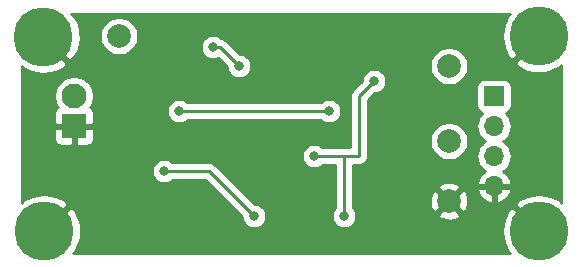
<source format=gbr>
G04 #@! TF.GenerationSoftware,KiCad,Pcbnew,(5.1.4)-1*
G04 #@! TF.CreationDate,2020-01-22T19:26:31-05:00*
G04 #@! TF.ProjectId,UniversalLM393,556e6976-6572-4736-916c-4c4d3339332e,rev?*
G04 #@! TF.SameCoordinates,Original*
G04 #@! TF.FileFunction,Copper,L2,Bot*
G04 #@! TF.FilePolarity,Positive*
%FSLAX46Y46*%
G04 Gerber Fmt 4.6, Leading zero omitted, Abs format (unit mm)*
G04 Created by KiCad (PCBNEW (5.1.4)-1) date 2020-01-22 19:26:31*
%MOMM*%
%LPD*%
G04 APERTURE LIST*
%ADD10C,2.100000*%
%ADD11R,2.100000X2.100000*%
%ADD12C,0.800000*%
%ADD13C,5.000000*%
%ADD14C,2.000000*%
%ADD15O,1.700000X1.700000*%
%ADD16R,1.700000X1.700000*%
%ADD17C,0.250000*%
%ADD18C,0.254000*%
G04 APERTURE END LIST*
D10*
X132080000Y-91440000D03*
D11*
X132080000Y-93980000D03*
D12*
X172775825Y-101544175D03*
X171450000Y-100995000D03*
X170124175Y-101544175D03*
X169575000Y-102870000D03*
X170124175Y-104195825D03*
X171450000Y-104745000D03*
X172775825Y-104195825D03*
X173325000Y-102870000D03*
D13*
X171450000Y-102870000D03*
D12*
X130865825Y-101544175D03*
X129540000Y-100995000D03*
X128214175Y-101544175D03*
X127665000Y-102870000D03*
X128214175Y-104195825D03*
X129540000Y-104745000D03*
X130865825Y-104195825D03*
X131415000Y-102870000D03*
D13*
X129540000Y-102870000D03*
D12*
X172775825Y-85034175D03*
X171450000Y-84485000D03*
X170124175Y-85034175D03*
X169575000Y-86360000D03*
X170124175Y-87685825D03*
X171450000Y-88235000D03*
X172775825Y-87685825D03*
X173325000Y-86360000D03*
D13*
X171450000Y-86360000D03*
D12*
X130810000Y-85090000D03*
X129484175Y-84540825D03*
X128158350Y-85090000D03*
X127609175Y-86415825D03*
X128158350Y-87741650D03*
X129484175Y-88290825D03*
X130810000Y-87741650D03*
X131359175Y-86415825D03*
D13*
X129484175Y-86415825D03*
D14*
X163830000Y-95250000D03*
X135890000Y-86360000D03*
X163830000Y-100330000D03*
X163830000Y-88900000D03*
D15*
X167640000Y-99060000D03*
X167640000Y-96520000D03*
X167640000Y-93980000D03*
D16*
X167640000Y-91440000D03*
D12*
X139700000Y-97790000D03*
X147320000Y-101600000D03*
X139700000Y-97790000D03*
X154940000Y-101600000D03*
X146050000Y-88900000D03*
X152400000Y-96520000D03*
X157480000Y-90170000D03*
X143842500Y-87297500D03*
X153670000Y-92710000D03*
X140970000Y-92710000D03*
D17*
X139700000Y-97790000D02*
X139700000Y-97790000D01*
X143510000Y-97790000D02*
X147320000Y-101600000D01*
X139700000Y-97790000D02*
X143510000Y-97790000D01*
X152400000Y-96520000D02*
X156210000Y-96520000D01*
X156210000Y-91440000D02*
X157480000Y-90170000D01*
X156210000Y-96520000D02*
X156210000Y-91440000D01*
X152400000Y-96520000D02*
X154940000Y-96520000D01*
X144447500Y-87297500D02*
X146050000Y-88900000D01*
X143842500Y-87297500D02*
X144447500Y-87297500D01*
X154940000Y-101600000D02*
X154940000Y-96520000D01*
X153670000Y-92710000D02*
X140970000Y-92710000D01*
D18*
G36*
X168828882Y-84612627D02*
G01*
X168538351Y-85157557D01*
X168359713Y-85748696D01*
X168299832Y-86363328D01*
X168361010Y-86977831D01*
X168540897Y-87568592D01*
X168828882Y-88107373D01*
X169246852Y-88383543D01*
X171270395Y-86360000D01*
X171256253Y-86345858D01*
X171435858Y-86166253D01*
X171450000Y-86180395D01*
X171464143Y-86166253D01*
X171643748Y-86345858D01*
X171629605Y-86360000D01*
X171643748Y-86374143D01*
X171464143Y-86553748D01*
X171450000Y-86539605D01*
X169426457Y-88563148D01*
X169702627Y-88981118D01*
X170247557Y-89271649D01*
X170838696Y-89450287D01*
X171453328Y-89510168D01*
X172067831Y-89448990D01*
X172658592Y-89269103D01*
X173197373Y-88981118D01*
X173330001Y-88780392D01*
X173330000Y-100449607D01*
X173197373Y-100248882D01*
X172652443Y-99958351D01*
X172061304Y-99779713D01*
X171446672Y-99719832D01*
X170832169Y-99781010D01*
X170241408Y-99960897D01*
X169702627Y-100248882D01*
X169426457Y-100666852D01*
X171450000Y-102690395D01*
X171464143Y-102676253D01*
X171643748Y-102855858D01*
X171629605Y-102870000D01*
X171643748Y-102884143D01*
X171464143Y-103063748D01*
X171450000Y-103049605D01*
X171435858Y-103063748D01*
X171256253Y-102884143D01*
X171270395Y-102870000D01*
X169246852Y-100846457D01*
X168828882Y-101122627D01*
X168538351Y-101667557D01*
X168359713Y-102258696D01*
X168299832Y-102873328D01*
X168361010Y-103487831D01*
X168540897Y-104078592D01*
X168828882Y-104617373D01*
X169029607Y-104750000D01*
X131960393Y-104750000D01*
X132161118Y-104617373D01*
X132451649Y-104072443D01*
X132630287Y-103481304D01*
X132690168Y-102866672D01*
X132628990Y-102252169D01*
X132449103Y-101661408D01*
X132161118Y-101122627D01*
X131743148Y-100846457D01*
X129719605Y-102870000D01*
X129733748Y-102884143D01*
X129554143Y-103063748D01*
X129540000Y-103049605D01*
X129525858Y-103063748D01*
X129346253Y-102884143D01*
X129360395Y-102870000D01*
X129346253Y-102855858D01*
X129525858Y-102676253D01*
X129540000Y-102690395D01*
X131563543Y-100666852D01*
X131287373Y-100248882D01*
X130742443Y-99958351D01*
X130151304Y-99779713D01*
X129536672Y-99719832D01*
X128922169Y-99781010D01*
X128331408Y-99960897D01*
X127792627Y-100248882D01*
X127660000Y-100449607D01*
X127660000Y-97688061D01*
X138665000Y-97688061D01*
X138665000Y-97891939D01*
X138704774Y-98091898D01*
X138782795Y-98280256D01*
X138896063Y-98449774D01*
X139040226Y-98593937D01*
X139209744Y-98707205D01*
X139398102Y-98785226D01*
X139598061Y-98825000D01*
X139801939Y-98825000D01*
X140001898Y-98785226D01*
X140190256Y-98707205D01*
X140359774Y-98593937D01*
X140403711Y-98550000D01*
X143195199Y-98550000D01*
X146285000Y-101639802D01*
X146285000Y-101701939D01*
X146324774Y-101901898D01*
X146402795Y-102090256D01*
X146516063Y-102259774D01*
X146660226Y-102403937D01*
X146829744Y-102517205D01*
X147018102Y-102595226D01*
X147218061Y-102635000D01*
X147421939Y-102635000D01*
X147621898Y-102595226D01*
X147810256Y-102517205D01*
X147979774Y-102403937D01*
X148123937Y-102259774D01*
X148237205Y-102090256D01*
X148315226Y-101901898D01*
X148355000Y-101701939D01*
X148355000Y-101498061D01*
X148315226Y-101298102D01*
X148237205Y-101109744D01*
X148123937Y-100940226D01*
X147979774Y-100796063D01*
X147810256Y-100682795D01*
X147621898Y-100604774D01*
X147421939Y-100565000D01*
X147359802Y-100565000D01*
X144073804Y-97279003D01*
X144050001Y-97249999D01*
X143934276Y-97155026D01*
X143802247Y-97084454D01*
X143658986Y-97040997D01*
X143547333Y-97030000D01*
X143547322Y-97030000D01*
X143510000Y-97026324D01*
X143472678Y-97030000D01*
X140403711Y-97030000D01*
X140359774Y-96986063D01*
X140190256Y-96872795D01*
X140001898Y-96794774D01*
X139801939Y-96755000D01*
X139598061Y-96755000D01*
X139398102Y-96794774D01*
X139209744Y-96872795D01*
X139040226Y-96986063D01*
X138896063Y-97130226D01*
X138782795Y-97299744D01*
X138704774Y-97488102D01*
X138665000Y-97688061D01*
X127660000Y-97688061D01*
X127660000Y-96418061D01*
X151365000Y-96418061D01*
X151365000Y-96621939D01*
X151404774Y-96821898D01*
X151482795Y-97010256D01*
X151596063Y-97179774D01*
X151740226Y-97323937D01*
X151909744Y-97437205D01*
X152098102Y-97515226D01*
X152298061Y-97555000D01*
X152501939Y-97555000D01*
X152701898Y-97515226D01*
X152890256Y-97437205D01*
X153059774Y-97323937D01*
X153103711Y-97280000D01*
X154180001Y-97280000D01*
X154180000Y-100896289D01*
X154136063Y-100940226D01*
X154022795Y-101109744D01*
X153944774Y-101298102D01*
X153905000Y-101498061D01*
X153905000Y-101701939D01*
X153944774Y-101901898D01*
X154022795Y-102090256D01*
X154136063Y-102259774D01*
X154280226Y-102403937D01*
X154449744Y-102517205D01*
X154638102Y-102595226D01*
X154838061Y-102635000D01*
X155041939Y-102635000D01*
X155241898Y-102595226D01*
X155430256Y-102517205D01*
X155599774Y-102403937D01*
X155743937Y-102259774D01*
X155857205Y-102090256D01*
X155935226Y-101901898D01*
X155975000Y-101701939D01*
X155975000Y-101498061D01*
X155968506Y-101465413D01*
X162874192Y-101465413D01*
X162969956Y-101729814D01*
X163259571Y-101870704D01*
X163571108Y-101952384D01*
X163892595Y-101971718D01*
X164211675Y-101927961D01*
X164516088Y-101822795D01*
X164690044Y-101729814D01*
X164785808Y-101465413D01*
X163830000Y-100509605D01*
X162874192Y-101465413D01*
X155968506Y-101465413D01*
X155935226Y-101298102D01*
X155857205Y-101109744D01*
X155743937Y-100940226D01*
X155700000Y-100896289D01*
X155700000Y-100392595D01*
X162188282Y-100392595D01*
X162232039Y-100711675D01*
X162337205Y-101016088D01*
X162430186Y-101190044D01*
X162694587Y-101285808D01*
X163650395Y-100330000D01*
X164009605Y-100330000D01*
X164965413Y-101285808D01*
X165229814Y-101190044D01*
X165370704Y-100900429D01*
X165452384Y-100588892D01*
X165471718Y-100267405D01*
X165427961Y-99948325D01*
X165322795Y-99643912D01*
X165229814Y-99469956D01*
X165083301Y-99416890D01*
X166198524Y-99416890D01*
X166243175Y-99564099D01*
X166368359Y-99826920D01*
X166542412Y-100060269D01*
X166758645Y-100255178D01*
X167008748Y-100404157D01*
X167283109Y-100501481D01*
X167513000Y-100380814D01*
X167513000Y-99187000D01*
X167767000Y-99187000D01*
X167767000Y-100380814D01*
X167996891Y-100501481D01*
X168271252Y-100404157D01*
X168521355Y-100255178D01*
X168737588Y-100060269D01*
X168911641Y-99826920D01*
X169036825Y-99564099D01*
X169081476Y-99416890D01*
X168960155Y-99187000D01*
X167767000Y-99187000D01*
X167513000Y-99187000D01*
X166319845Y-99187000D01*
X166198524Y-99416890D01*
X165083301Y-99416890D01*
X164965413Y-99374192D01*
X164009605Y-100330000D01*
X163650395Y-100330000D01*
X162694587Y-99374192D01*
X162430186Y-99469956D01*
X162289296Y-99759571D01*
X162207616Y-100071108D01*
X162188282Y-100392595D01*
X155700000Y-100392595D01*
X155700000Y-99194587D01*
X162874192Y-99194587D01*
X163830000Y-100150395D01*
X164785808Y-99194587D01*
X164690044Y-98930186D01*
X164400429Y-98789296D01*
X164088892Y-98707616D01*
X163767405Y-98688282D01*
X163448325Y-98732039D01*
X163143912Y-98837205D01*
X162969956Y-98930186D01*
X162874192Y-99194587D01*
X155700000Y-99194587D01*
X155700000Y-97280000D01*
X156172667Y-97280000D01*
X156210000Y-97283677D01*
X156247333Y-97280000D01*
X156358986Y-97269003D01*
X156502247Y-97225546D01*
X156634276Y-97154974D01*
X156750001Y-97060001D01*
X156844974Y-96944276D01*
X156915546Y-96812247D01*
X156959003Y-96668986D01*
X156973677Y-96520000D01*
X156970000Y-96482667D01*
X156970000Y-95088967D01*
X162195000Y-95088967D01*
X162195000Y-95411033D01*
X162257832Y-95726912D01*
X162381082Y-96024463D01*
X162560013Y-96292252D01*
X162787748Y-96519987D01*
X163055537Y-96698918D01*
X163353088Y-96822168D01*
X163668967Y-96885000D01*
X163991033Y-96885000D01*
X164306912Y-96822168D01*
X164604463Y-96698918D01*
X164872252Y-96519987D01*
X165099987Y-96292252D01*
X165278918Y-96024463D01*
X165402168Y-95726912D01*
X165465000Y-95411033D01*
X165465000Y-95088967D01*
X165402168Y-94773088D01*
X165278918Y-94475537D01*
X165099987Y-94207748D01*
X164872252Y-93980013D01*
X164872233Y-93980000D01*
X166147815Y-93980000D01*
X166176487Y-94271111D01*
X166261401Y-94551034D01*
X166399294Y-94809014D01*
X166584866Y-95035134D01*
X166810986Y-95220706D01*
X166865791Y-95250000D01*
X166810986Y-95279294D01*
X166584866Y-95464866D01*
X166399294Y-95690986D01*
X166261401Y-95948966D01*
X166176487Y-96228889D01*
X166147815Y-96520000D01*
X166176487Y-96811111D01*
X166261401Y-97091034D01*
X166399294Y-97349014D01*
X166584866Y-97575134D01*
X166810986Y-97760706D01*
X166875523Y-97795201D01*
X166758645Y-97864822D01*
X166542412Y-98059731D01*
X166368359Y-98293080D01*
X166243175Y-98555901D01*
X166198524Y-98703110D01*
X166319845Y-98933000D01*
X167513000Y-98933000D01*
X167513000Y-98913000D01*
X167767000Y-98913000D01*
X167767000Y-98933000D01*
X168960155Y-98933000D01*
X169081476Y-98703110D01*
X169036825Y-98555901D01*
X168911641Y-98293080D01*
X168737588Y-98059731D01*
X168521355Y-97864822D01*
X168404477Y-97795201D01*
X168469014Y-97760706D01*
X168695134Y-97575134D01*
X168880706Y-97349014D01*
X169018599Y-97091034D01*
X169103513Y-96811111D01*
X169132185Y-96520000D01*
X169103513Y-96228889D01*
X169018599Y-95948966D01*
X168880706Y-95690986D01*
X168695134Y-95464866D01*
X168469014Y-95279294D01*
X168414209Y-95250000D01*
X168469014Y-95220706D01*
X168695134Y-95035134D01*
X168880706Y-94809014D01*
X169018599Y-94551034D01*
X169103513Y-94271111D01*
X169132185Y-93980000D01*
X169103513Y-93688889D01*
X169018599Y-93408966D01*
X168880706Y-93150986D01*
X168695134Y-92924866D01*
X168665313Y-92900393D01*
X168734180Y-92879502D01*
X168844494Y-92820537D01*
X168941185Y-92741185D01*
X169020537Y-92644494D01*
X169079502Y-92534180D01*
X169115812Y-92414482D01*
X169128072Y-92290000D01*
X169128072Y-90590000D01*
X169115812Y-90465518D01*
X169079502Y-90345820D01*
X169020537Y-90235506D01*
X168941185Y-90138815D01*
X168844494Y-90059463D01*
X168734180Y-90000498D01*
X168614482Y-89964188D01*
X168490000Y-89951928D01*
X166790000Y-89951928D01*
X166665518Y-89964188D01*
X166545820Y-90000498D01*
X166435506Y-90059463D01*
X166338815Y-90138815D01*
X166259463Y-90235506D01*
X166200498Y-90345820D01*
X166164188Y-90465518D01*
X166151928Y-90590000D01*
X166151928Y-92290000D01*
X166164188Y-92414482D01*
X166200498Y-92534180D01*
X166259463Y-92644494D01*
X166338815Y-92741185D01*
X166435506Y-92820537D01*
X166545820Y-92879502D01*
X166614687Y-92900393D01*
X166584866Y-92924866D01*
X166399294Y-93150986D01*
X166261401Y-93408966D01*
X166176487Y-93688889D01*
X166147815Y-93980000D01*
X164872233Y-93980000D01*
X164604463Y-93801082D01*
X164306912Y-93677832D01*
X163991033Y-93615000D01*
X163668967Y-93615000D01*
X163353088Y-93677832D01*
X163055537Y-93801082D01*
X162787748Y-93980013D01*
X162560013Y-94207748D01*
X162381082Y-94475537D01*
X162257832Y-94773088D01*
X162195000Y-95088967D01*
X156970000Y-95088967D01*
X156970000Y-91754801D01*
X157519802Y-91205000D01*
X157581939Y-91205000D01*
X157781898Y-91165226D01*
X157970256Y-91087205D01*
X158139774Y-90973937D01*
X158283937Y-90829774D01*
X158397205Y-90660256D01*
X158475226Y-90471898D01*
X158515000Y-90271939D01*
X158515000Y-90068061D01*
X158475226Y-89868102D01*
X158397205Y-89679744D01*
X158283937Y-89510226D01*
X158139774Y-89366063D01*
X157970256Y-89252795D01*
X157781898Y-89174774D01*
X157581939Y-89135000D01*
X157378061Y-89135000D01*
X157178102Y-89174774D01*
X156989744Y-89252795D01*
X156820226Y-89366063D01*
X156676063Y-89510226D01*
X156562795Y-89679744D01*
X156484774Y-89868102D01*
X156445000Y-90068061D01*
X156445000Y-90130198D01*
X155698998Y-90876201D01*
X155670000Y-90899999D01*
X155646202Y-90928997D01*
X155646201Y-90928998D01*
X155575026Y-91015724D01*
X155504454Y-91147754D01*
X155460998Y-91291015D01*
X155446324Y-91440000D01*
X155450001Y-91477332D01*
X155450000Y-95760000D01*
X154977333Y-95760000D01*
X154940000Y-95756323D01*
X154902667Y-95760000D01*
X153103711Y-95760000D01*
X153059774Y-95716063D01*
X152890256Y-95602795D01*
X152701898Y-95524774D01*
X152501939Y-95485000D01*
X152298061Y-95485000D01*
X152098102Y-95524774D01*
X151909744Y-95602795D01*
X151740226Y-95716063D01*
X151596063Y-95860226D01*
X151482795Y-96029744D01*
X151404774Y-96218102D01*
X151365000Y-96418061D01*
X127660000Y-96418061D01*
X127660000Y-95030000D01*
X130391928Y-95030000D01*
X130404188Y-95154482D01*
X130440498Y-95274180D01*
X130499463Y-95384494D01*
X130578815Y-95481185D01*
X130675506Y-95560537D01*
X130785820Y-95619502D01*
X130905518Y-95655812D01*
X131030000Y-95668072D01*
X131794250Y-95665000D01*
X131953000Y-95506250D01*
X131953000Y-94107000D01*
X132207000Y-94107000D01*
X132207000Y-95506250D01*
X132365750Y-95665000D01*
X133130000Y-95668072D01*
X133254482Y-95655812D01*
X133374180Y-95619502D01*
X133484494Y-95560537D01*
X133581185Y-95481185D01*
X133660537Y-95384494D01*
X133719502Y-95274180D01*
X133755812Y-95154482D01*
X133768072Y-95030000D01*
X133765000Y-94265750D01*
X133606250Y-94107000D01*
X132207000Y-94107000D01*
X131953000Y-94107000D01*
X130553750Y-94107000D01*
X130395000Y-94265750D01*
X130391928Y-95030000D01*
X127660000Y-95030000D01*
X127660000Y-92930000D01*
X130391928Y-92930000D01*
X130395000Y-93694250D01*
X130553750Y-93853000D01*
X131953000Y-93853000D01*
X131953000Y-93833000D01*
X132207000Y-93833000D01*
X132207000Y-93853000D01*
X133606250Y-93853000D01*
X133765000Y-93694250D01*
X133768072Y-92930000D01*
X133755812Y-92805518D01*
X133719502Y-92685820D01*
X133677939Y-92608061D01*
X139935000Y-92608061D01*
X139935000Y-92811939D01*
X139974774Y-93011898D01*
X140052795Y-93200256D01*
X140166063Y-93369774D01*
X140310226Y-93513937D01*
X140479744Y-93627205D01*
X140668102Y-93705226D01*
X140868061Y-93745000D01*
X141071939Y-93745000D01*
X141271898Y-93705226D01*
X141460256Y-93627205D01*
X141629774Y-93513937D01*
X141673711Y-93470000D01*
X152966289Y-93470000D01*
X153010226Y-93513937D01*
X153179744Y-93627205D01*
X153368102Y-93705226D01*
X153568061Y-93745000D01*
X153771939Y-93745000D01*
X153971898Y-93705226D01*
X154160256Y-93627205D01*
X154329774Y-93513937D01*
X154473937Y-93369774D01*
X154587205Y-93200256D01*
X154665226Y-93011898D01*
X154705000Y-92811939D01*
X154705000Y-92608061D01*
X154665226Y-92408102D01*
X154587205Y-92219744D01*
X154473937Y-92050226D01*
X154329774Y-91906063D01*
X154160256Y-91792795D01*
X153971898Y-91714774D01*
X153771939Y-91675000D01*
X153568061Y-91675000D01*
X153368102Y-91714774D01*
X153179744Y-91792795D01*
X153010226Y-91906063D01*
X152966289Y-91950000D01*
X141673711Y-91950000D01*
X141629774Y-91906063D01*
X141460256Y-91792795D01*
X141271898Y-91714774D01*
X141071939Y-91675000D01*
X140868061Y-91675000D01*
X140668102Y-91714774D01*
X140479744Y-91792795D01*
X140310226Y-91906063D01*
X140166063Y-92050226D01*
X140052795Y-92219744D01*
X139974774Y-92408102D01*
X139935000Y-92608061D01*
X133677939Y-92608061D01*
X133660537Y-92575506D01*
X133581185Y-92478815D01*
X133484494Y-92399463D01*
X133470454Y-92391958D01*
X133573228Y-92238147D01*
X133700246Y-91931496D01*
X133765000Y-91605958D01*
X133765000Y-91274042D01*
X133700246Y-90948504D01*
X133573228Y-90641853D01*
X133388825Y-90365875D01*
X133154125Y-90131175D01*
X132878147Y-89946772D01*
X132571496Y-89819754D01*
X132245958Y-89755000D01*
X131914042Y-89755000D01*
X131588504Y-89819754D01*
X131281853Y-89946772D01*
X131005875Y-90131175D01*
X130771175Y-90365875D01*
X130586772Y-90641853D01*
X130459754Y-90948504D01*
X130395000Y-91274042D01*
X130395000Y-91605958D01*
X130459754Y-91931496D01*
X130586772Y-92238147D01*
X130689546Y-92391958D01*
X130675506Y-92399463D01*
X130578815Y-92478815D01*
X130499463Y-92575506D01*
X130440498Y-92685820D01*
X130404188Y-92805518D01*
X130391928Y-92930000D01*
X127660000Y-92930000D01*
X127660000Y-88920707D01*
X127736802Y-89036943D01*
X128281732Y-89327474D01*
X128872871Y-89506112D01*
X129487503Y-89565993D01*
X130102006Y-89504815D01*
X130692767Y-89324928D01*
X131231548Y-89036943D01*
X131507718Y-88618973D01*
X129484175Y-86595430D01*
X129470033Y-86609573D01*
X129290428Y-86429968D01*
X129304570Y-86415825D01*
X129290428Y-86401683D01*
X129470033Y-86222078D01*
X129484175Y-86236220D01*
X129498318Y-86222078D01*
X129677923Y-86401683D01*
X129663780Y-86415825D01*
X131687323Y-88439368D01*
X132105293Y-88163198D01*
X132395824Y-87618268D01*
X132574462Y-87027129D01*
X132634343Y-86412497D01*
X132613085Y-86198967D01*
X134255000Y-86198967D01*
X134255000Y-86521033D01*
X134317832Y-86836912D01*
X134441082Y-87134463D01*
X134620013Y-87402252D01*
X134847748Y-87629987D01*
X135115537Y-87808918D01*
X135413088Y-87932168D01*
X135728967Y-87995000D01*
X136051033Y-87995000D01*
X136366912Y-87932168D01*
X136664463Y-87808918D01*
X136932252Y-87629987D01*
X137159987Y-87402252D01*
X137298093Y-87195561D01*
X142807500Y-87195561D01*
X142807500Y-87399439D01*
X142847274Y-87599398D01*
X142925295Y-87787756D01*
X143038563Y-87957274D01*
X143182726Y-88101437D01*
X143352244Y-88214705D01*
X143540602Y-88292726D01*
X143740561Y-88332500D01*
X143944439Y-88332500D01*
X144144398Y-88292726D01*
X144302455Y-88227256D01*
X145015000Y-88939802D01*
X145015000Y-89001939D01*
X145054774Y-89201898D01*
X145132795Y-89390256D01*
X145246063Y-89559774D01*
X145390226Y-89703937D01*
X145559744Y-89817205D01*
X145748102Y-89895226D01*
X145948061Y-89935000D01*
X146151939Y-89935000D01*
X146351898Y-89895226D01*
X146540256Y-89817205D01*
X146709774Y-89703937D01*
X146853937Y-89559774D01*
X146967205Y-89390256D01*
X147045226Y-89201898D01*
X147085000Y-89001939D01*
X147085000Y-88798061D01*
X147073246Y-88738967D01*
X162195000Y-88738967D01*
X162195000Y-89061033D01*
X162257832Y-89376912D01*
X162381082Y-89674463D01*
X162560013Y-89942252D01*
X162787748Y-90169987D01*
X163055537Y-90348918D01*
X163353088Y-90472168D01*
X163668967Y-90535000D01*
X163991033Y-90535000D01*
X164306912Y-90472168D01*
X164604463Y-90348918D01*
X164872252Y-90169987D01*
X165099987Y-89942252D01*
X165278918Y-89674463D01*
X165402168Y-89376912D01*
X165465000Y-89061033D01*
X165465000Y-88738967D01*
X165402168Y-88423088D01*
X165278918Y-88125537D01*
X165099987Y-87857748D01*
X164872252Y-87630013D01*
X164604463Y-87451082D01*
X164306912Y-87327832D01*
X163991033Y-87265000D01*
X163668967Y-87265000D01*
X163353088Y-87327832D01*
X163055537Y-87451082D01*
X162787748Y-87630013D01*
X162560013Y-87857748D01*
X162381082Y-88125537D01*
X162257832Y-88423088D01*
X162195000Y-88738967D01*
X147073246Y-88738967D01*
X147045226Y-88598102D01*
X146967205Y-88409744D01*
X146853937Y-88240226D01*
X146709774Y-88096063D01*
X146540256Y-87982795D01*
X146351898Y-87904774D01*
X146151939Y-87865000D01*
X146089802Y-87865000D01*
X145011304Y-86786503D01*
X144987501Y-86757499D01*
X144871776Y-86662526D01*
X144739747Y-86591954D01*
X144596486Y-86548497D01*
X144552917Y-86544206D01*
X144502274Y-86493563D01*
X144332756Y-86380295D01*
X144144398Y-86302274D01*
X143944439Y-86262500D01*
X143740561Y-86262500D01*
X143540602Y-86302274D01*
X143352244Y-86380295D01*
X143182726Y-86493563D01*
X143038563Y-86637726D01*
X142925295Y-86807244D01*
X142847274Y-86995602D01*
X142807500Y-87195561D01*
X137298093Y-87195561D01*
X137338918Y-87134463D01*
X137462168Y-86836912D01*
X137525000Y-86521033D01*
X137525000Y-86198967D01*
X137462168Y-85883088D01*
X137338918Y-85585537D01*
X137159987Y-85317748D01*
X136932252Y-85090013D01*
X136664463Y-84911082D01*
X136366912Y-84787832D01*
X136051033Y-84725000D01*
X135728967Y-84725000D01*
X135413088Y-84787832D01*
X135115537Y-84911082D01*
X134847748Y-85090013D01*
X134620013Y-85317748D01*
X134441082Y-85585537D01*
X134317832Y-85883088D01*
X134255000Y-86198967D01*
X132613085Y-86198967D01*
X132573165Y-85797994D01*
X132393278Y-85207233D01*
X132105293Y-84668452D01*
X131820080Y-84480000D01*
X169029607Y-84480000D01*
X168828882Y-84612627D01*
X168828882Y-84612627D01*
G37*
X168828882Y-84612627D02*
X168538351Y-85157557D01*
X168359713Y-85748696D01*
X168299832Y-86363328D01*
X168361010Y-86977831D01*
X168540897Y-87568592D01*
X168828882Y-88107373D01*
X169246852Y-88383543D01*
X171270395Y-86360000D01*
X171256253Y-86345858D01*
X171435858Y-86166253D01*
X171450000Y-86180395D01*
X171464143Y-86166253D01*
X171643748Y-86345858D01*
X171629605Y-86360000D01*
X171643748Y-86374143D01*
X171464143Y-86553748D01*
X171450000Y-86539605D01*
X169426457Y-88563148D01*
X169702627Y-88981118D01*
X170247557Y-89271649D01*
X170838696Y-89450287D01*
X171453328Y-89510168D01*
X172067831Y-89448990D01*
X172658592Y-89269103D01*
X173197373Y-88981118D01*
X173330001Y-88780392D01*
X173330000Y-100449607D01*
X173197373Y-100248882D01*
X172652443Y-99958351D01*
X172061304Y-99779713D01*
X171446672Y-99719832D01*
X170832169Y-99781010D01*
X170241408Y-99960897D01*
X169702627Y-100248882D01*
X169426457Y-100666852D01*
X171450000Y-102690395D01*
X171464143Y-102676253D01*
X171643748Y-102855858D01*
X171629605Y-102870000D01*
X171643748Y-102884143D01*
X171464143Y-103063748D01*
X171450000Y-103049605D01*
X171435858Y-103063748D01*
X171256253Y-102884143D01*
X171270395Y-102870000D01*
X169246852Y-100846457D01*
X168828882Y-101122627D01*
X168538351Y-101667557D01*
X168359713Y-102258696D01*
X168299832Y-102873328D01*
X168361010Y-103487831D01*
X168540897Y-104078592D01*
X168828882Y-104617373D01*
X169029607Y-104750000D01*
X131960393Y-104750000D01*
X132161118Y-104617373D01*
X132451649Y-104072443D01*
X132630287Y-103481304D01*
X132690168Y-102866672D01*
X132628990Y-102252169D01*
X132449103Y-101661408D01*
X132161118Y-101122627D01*
X131743148Y-100846457D01*
X129719605Y-102870000D01*
X129733748Y-102884143D01*
X129554143Y-103063748D01*
X129540000Y-103049605D01*
X129525858Y-103063748D01*
X129346253Y-102884143D01*
X129360395Y-102870000D01*
X129346253Y-102855858D01*
X129525858Y-102676253D01*
X129540000Y-102690395D01*
X131563543Y-100666852D01*
X131287373Y-100248882D01*
X130742443Y-99958351D01*
X130151304Y-99779713D01*
X129536672Y-99719832D01*
X128922169Y-99781010D01*
X128331408Y-99960897D01*
X127792627Y-100248882D01*
X127660000Y-100449607D01*
X127660000Y-97688061D01*
X138665000Y-97688061D01*
X138665000Y-97891939D01*
X138704774Y-98091898D01*
X138782795Y-98280256D01*
X138896063Y-98449774D01*
X139040226Y-98593937D01*
X139209744Y-98707205D01*
X139398102Y-98785226D01*
X139598061Y-98825000D01*
X139801939Y-98825000D01*
X140001898Y-98785226D01*
X140190256Y-98707205D01*
X140359774Y-98593937D01*
X140403711Y-98550000D01*
X143195199Y-98550000D01*
X146285000Y-101639802D01*
X146285000Y-101701939D01*
X146324774Y-101901898D01*
X146402795Y-102090256D01*
X146516063Y-102259774D01*
X146660226Y-102403937D01*
X146829744Y-102517205D01*
X147018102Y-102595226D01*
X147218061Y-102635000D01*
X147421939Y-102635000D01*
X147621898Y-102595226D01*
X147810256Y-102517205D01*
X147979774Y-102403937D01*
X148123937Y-102259774D01*
X148237205Y-102090256D01*
X148315226Y-101901898D01*
X148355000Y-101701939D01*
X148355000Y-101498061D01*
X148315226Y-101298102D01*
X148237205Y-101109744D01*
X148123937Y-100940226D01*
X147979774Y-100796063D01*
X147810256Y-100682795D01*
X147621898Y-100604774D01*
X147421939Y-100565000D01*
X147359802Y-100565000D01*
X144073804Y-97279003D01*
X144050001Y-97249999D01*
X143934276Y-97155026D01*
X143802247Y-97084454D01*
X143658986Y-97040997D01*
X143547333Y-97030000D01*
X143547322Y-97030000D01*
X143510000Y-97026324D01*
X143472678Y-97030000D01*
X140403711Y-97030000D01*
X140359774Y-96986063D01*
X140190256Y-96872795D01*
X140001898Y-96794774D01*
X139801939Y-96755000D01*
X139598061Y-96755000D01*
X139398102Y-96794774D01*
X139209744Y-96872795D01*
X139040226Y-96986063D01*
X138896063Y-97130226D01*
X138782795Y-97299744D01*
X138704774Y-97488102D01*
X138665000Y-97688061D01*
X127660000Y-97688061D01*
X127660000Y-96418061D01*
X151365000Y-96418061D01*
X151365000Y-96621939D01*
X151404774Y-96821898D01*
X151482795Y-97010256D01*
X151596063Y-97179774D01*
X151740226Y-97323937D01*
X151909744Y-97437205D01*
X152098102Y-97515226D01*
X152298061Y-97555000D01*
X152501939Y-97555000D01*
X152701898Y-97515226D01*
X152890256Y-97437205D01*
X153059774Y-97323937D01*
X153103711Y-97280000D01*
X154180001Y-97280000D01*
X154180000Y-100896289D01*
X154136063Y-100940226D01*
X154022795Y-101109744D01*
X153944774Y-101298102D01*
X153905000Y-101498061D01*
X153905000Y-101701939D01*
X153944774Y-101901898D01*
X154022795Y-102090256D01*
X154136063Y-102259774D01*
X154280226Y-102403937D01*
X154449744Y-102517205D01*
X154638102Y-102595226D01*
X154838061Y-102635000D01*
X155041939Y-102635000D01*
X155241898Y-102595226D01*
X155430256Y-102517205D01*
X155599774Y-102403937D01*
X155743937Y-102259774D01*
X155857205Y-102090256D01*
X155935226Y-101901898D01*
X155975000Y-101701939D01*
X155975000Y-101498061D01*
X155968506Y-101465413D01*
X162874192Y-101465413D01*
X162969956Y-101729814D01*
X163259571Y-101870704D01*
X163571108Y-101952384D01*
X163892595Y-101971718D01*
X164211675Y-101927961D01*
X164516088Y-101822795D01*
X164690044Y-101729814D01*
X164785808Y-101465413D01*
X163830000Y-100509605D01*
X162874192Y-101465413D01*
X155968506Y-101465413D01*
X155935226Y-101298102D01*
X155857205Y-101109744D01*
X155743937Y-100940226D01*
X155700000Y-100896289D01*
X155700000Y-100392595D01*
X162188282Y-100392595D01*
X162232039Y-100711675D01*
X162337205Y-101016088D01*
X162430186Y-101190044D01*
X162694587Y-101285808D01*
X163650395Y-100330000D01*
X164009605Y-100330000D01*
X164965413Y-101285808D01*
X165229814Y-101190044D01*
X165370704Y-100900429D01*
X165452384Y-100588892D01*
X165471718Y-100267405D01*
X165427961Y-99948325D01*
X165322795Y-99643912D01*
X165229814Y-99469956D01*
X165083301Y-99416890D01*
X166198524Y-99416890D01*
X166243175Y-99564099D01*
X166368359Y-99826920D01*
X166542412Y-100060269D01*
X166758645Y-100255178D01*
X167008748Y-100404157D01*
X167283109Y-100501481D01*
X167513000Y-100380814D01*
X167513000Y-99187000D01*
X167767000Y-99187000D01*
X167767000Y-100380814D01*
X167996891Y-100501481D01*
X168271252Y-100404157D01*
X168521355Y-100255178D01*
X168737588Y-100060269D01*
X168911641Y-99826920D01*
X169036825Y-99564099D01*
X169081476Y-99416890D01*
X168960155Y-99187000D01*
X167767000Y-99187000D01*
X167513000Y-99187000D01*
X166319845Y-99187000D01*
X166198524Y-99416890D01*
X165083301Y-99416890D01*
X164965413Y-99374192D01*
X164009605Y-100330000D01*
X163650395Y-100330000D01*
X162694587Y-99374192D01*
X162430186Y-99469956D01*
X162289296Y-99759571D01*
X162207616Y-100071108D01*
X162188282Y-100392595D01*
X155700000Y-100392595D01*
X155700000Y-99194587D01*
X162874192Y-99194587D01*
X163830000Y-100150395D01*
X164785808Y-99194587D01*
X164690044Y-98930186D01*
X164400429Y-98789296D01*
X164088892Y-98707616D01*
X163767405Y-98688282D01*
X163448325Y-98732039D01*
X163143912Y-98837205D01*
X162969956Y-98930186D01*
X162874192Y-99194587D01*
X155700000Y-99194587D01*
X155700000Y-97280000D01*
X156172667Y-97280000D01*
X156210000Y-97283677D01*
X156247333Y-97280000D01*
X156358986Y-97269003D01*
X156502247Y-97225546D01*
X156634276Y-97154974D01*
X156750001Y-97060001D01*
X156844974Y-96944276D01*
X156915546Y-96812247D01*
X156959003Y-96668986D01*
X156973677Y-96520000D01*
X156970000Y-96482667D01*
X156970000Y-95088967D01*
X162195000Y-95088967D01*
X162195000Y-95411033D01*
X162257832Y-95726912D01*
X162381082Y-96024463D01*
X162560013Y-96292252D01*
X162787748Y-96519987D01*
X163055537Y-96698918D01*
X163353088Y-96822168D01*
X163668967Y-96885000D01*
X163991033Y-96885000D01*
X164306912Y-96822168D01*
X164604463Y-96698918D01*
X164872252Y-96519987D01*
X165099987Y-96292252D01*
X165278918Y-96024463D01*
X165402168Y-95726912D01*
X165465000Y-95411033D01*
X165465000Y-95088967D01*
X165402168Y-94773088D01*
X165278918Y-94475537D01*
X165099987Y-94207748D01*
X164872252Y-93980013D01*
X164872233Y-93980000D01*
X166147815Y-93980000D01*
X166176487Y-94271111D01*
X166261401Y-94551034D01*
X166399294Y-94809014D01*
X166584866Y-95035134D01*
X166810986Y-95220706D01*
X166865791Y-95250000D01*
X166810986Y-95279294D01*
X166584866Y-95464866D01*
X166399294Y-95690986D01*
X166261401Y-95948966D01*
X166176487Y-96228889D01*
X166147815Y-96520000D01*
X166176487Y-96811111D01*
X166261401Y-97091034D01*
X166399294Y-97349014D01*
X166584866Y-97575134D01*
X166810986Y-97760706D01*
X166875523Y-97795201D01*
X166758645Y-97864822D01*
X166542412Y-98059731D01*
X166368359Y-98293080D01*
X166243175Y-98555901D01*
X166198524Y-98703110D01*
X166319845Y-98933000D01*
X167513000Y-98933000D01*
X167513000Y-98913000D01*
X167767000Y-98913000D01*
X167767000Y-98933000D01*
X168960155Y-98933000D01*
X169081476Y-98703110D01*
X169036825Y-98555901D01*
X168911641Y-98293080D01*
X168737588Y-98059731D01*
X168521355Y-97864822D01*
X168404477Y-97795201D01*
X168469014Y-97760706D01*
X168695134Y-97575134D01*
X168880706Y-97349014D01*
X169018599Y-97091034D01*
X169103513Y-96811111D01*
X169132185Y-96520000D01*
X169103513Y-96228889D01*
X169018599Y-95948966D01*
X168880706Y-95690986D01*
X168695134Y-95464866D01*
X168469014Y-95279294D01*
X168414209Y-95250000D01*
X168469014Y-95220706D01*
X168695134Y-95035134D01*
X168880706Y-94809014D01*
X169018599Y-94551034D01*
X169103513Y-94271111D01*
X169132185Y-93980000D01*
X169103513Y-93688889D01*
X169018599Y-93408966D01*
X168880706Y-93150986D01*
X168695134Y-92924866D01*
X168665313Y-92900393D01*
X168734180Y-92879502D01*
X168844494Y-92820537D01*
X168941185Y-92741185D01*
X169020537Y-92644494D01*
X169079502Y-92534180D01*
X169115812Y-92414482D01*
X169128072Y-92290000D01*
X169128072Y-90590000D01*
X169115812Y-90465518D01*
X169079502Y-90345820D01*
X169020537Y-90235506D01*
X168941185Y-90138815D01*
X168844494Y-90059463D01*
X168734180Y-90000498D01*
X168614482Y-89964188D01*
X168490000Y-89951928D01*
X166790000Y-89951928D01*
X166665518Y-89964188D01*
X166545820Y-90000498D01*
X166435506Y-90059463D01*
X166338815Y-90138815D01*
X166259463Y-90235506D01*
X166200498Y-90345820D01*
X166164188Y-90465518D01*
X166151928Y-90590000D01*
X166151928Y-92290000D01*
X166164188Y-92414482D01*
X166200498Y-92534180D01*
X166259463Y-92644494D01*
X166338815Y-92741185D01*
X166435506Y-92820537D01*
X166545820Y-92879502D01*
X166614687Y-92900393D01*
X166584866Y-92924866D01*
X166399294Y-93150986D01*
X166261401Y-93408966D01*
X166176487Y-93688889D01*
X166147815Y-93980000D01*
X164872233Y-93980000D01*
X164604463Y-93801082D01*
X164306912Y-93677832D01*
X163991033Y-93615000D01*
X163668967Y-93615000D01*
X163353088Y-93677832D01*
X163055537Y-93801082D01*
X162787748Y-93980013D01*
X162560013Y-94207748D01*
X162381082Y-94475537D01*
X162257832Y-94773088D01*
X162195000Y-95088967D01*
X156970000Y-95088967D01*
X156970000Y-91754801D01*
X157519802Y-91205000D01*
X157581939Y-91205000D01*
X157781898Y-91165226D01*
X157970256Y-91087205D01*
X158139774Y-90973937D01*
X158283937Y-90829774D01*
X158397205Y-90660256D01*
X158475226Y-90471898D01*
X158515000Y-90271939D01*
X158515000Y-90068061D01*
X158475226Y-89868102D01*
X158397205Y-89679744D01*
X158283937Y-89510226D01*
X158139774Y-89366063D01*
X157970256Y-89252795D01*
X157781898Y-89174774D01*
X157581939Y-89135000D01*
X157378061Y-89135000D01*
X157178102Y-89174774D01*
X156989744Y-89252795D01*
X156820226Y-89366063D01*
X156676063Y-89510226D01*
X156562795Y-89679744D01*
X156484774Y-89868102D01*
X156445000Y-90068061D01*
X156445000Y-90130198D01*
X155698998Y-90876201D01*
X155670000Y-90899999D01*
X155646202Y-90928997D01*
X155646201Y-90928998D01*
X155575026Y-91015724D01*
X155504454Y-91147754D01*
X155460998Y-91291015D01*
X155446324Y-91440000D01*
X155450001Y-91477332D01*
X155450000Y-95760000D01*
X154977333Y-95760000D01*
X154940000Y-95756323D01*
X154902667Y-95760000D01*
X153103711Y-95760000D01*
X153059774Y-95716063D01*
X152890256Y-95602795D01*
X152701898Y-95524774D01*
X152501939Y-95485000D01*
X152298061Y-95485000D01*
X152098102Y-95524774D01*
X151909744Y-95602795D01*
X151740226Y-95716063D01*
X151596063Y-95860226D01*
X151482795Y-96029744D01*
X151404774Y-96218102D01*
X151365000Y-96418061D01*
X127660000Y-96418061D01*
X127660000Y-95030000D01*
X130391928Y-95030000D01*
X130404188Y-95154482D01*
X130440498Y-95274180D01*
X130499463Y-95384494D01*
X130578815Y-95481185D01*
X130675506Y-95560537D01*
X130785820Y-95619502D01*
X130905518Y-95655812D01*
X131030000Y-95668072D01*
X131794250Y-95665000D01*
X131953000Y-95506250D01*
X131953000Y-94107000D01*
X132207000Y-94107000D01*
X132207000Y-95506250D01*
X132365750Y-95665000D01*
X133130000Y-95668072D01*
X133254482Y-95655812D01*
X133374180Y-95619502D01*
X133484494Y-95560537D01*
X133581185Y-95481185D01*
X133660537Y-95384494D01*
X133719502Y-95274180D01*
X133755812Y-95154482D01*
X133768072Y-95030000D01*
X133765000Y-94265750D01*
X133606250Y-94107000D01*
X132207000Y-94107000D01*
X131953000Y-94107000D01*
X130553750Y-94107000D01*
X130395000Y-94265750D01*
X130391928Y-95030000D01*
X127660000Y-95030000D01*
X127660000Y-92930000D01*
X130391928Y-92930000D01*
X130395000Y-93694250D01*
X130553750Y-93853000D01*
X131953000Y-93853000D01*
X131953000Y-93833000D01*
X132207000Y-93833000D01*
X132207000Y-93853000D01*
X133606250Y-93853000D01*
X133765000Y-93694250D01*
X133768072Y-92930000D01*
X133755812Y-92805518D01*
X133719502Y-92685820D01*
X133677939Y-92608061D01*
X139935000Y-92608061D01*
X139935000Y-92811939D01*
X139974774Y-93011898D01*
X140052795Y-93200256D01*
X140166063Y-93369774D01*
X140310226Y-93513937D01*
X140479744Y-93627205D01*
X140668102Y-93705226D01*
X140868061Y-93745000D01*
X141071939Y-93745000D01*
X141271898Y-93705226D01*
X141460256Y-93627205D01*
X141629774Y-93513937D01*
X141673711Y-93470000D01*
X152966289Y-93470000D01*
X153010226Y-93513937D01*
X153179744Y-93627205D01*
X153368102Y-93705226D01*
X153568061Y-93745000D01*
X153771939Y-93745000D01*
X153971898Y-93705226D01*
X154160256Y-93627205D01*
X154329774Y-93513937D01*
X154473937Y-93369774D01*
X154587205Y-93200256D01*
X154665226Y-93011898D01*
X154705000Y-92811939D01*
X154705000Y-92608061D01*
X154665226Y-92408102D01*
X154587205Y-92219744D01*
X154473937Y-92050226D01*
X154329774Y-91906063D01*
X154160256Y-91792795D01*
X153971898Y-91714774D01*
X153771939Y-91675000D01*
X153568061Y-91675000D01*
X153368102Y-91714774D01*
X153179744Y-91792795D01*
X153010226Y-91906063D01*
X152966289Y-91950000D01*
X141673711Y-91950000D01*
X141629774Y-91906063D01*
X141460256Y-91792795D01*
X141271898Y-91714774D01*
X141071939Y-91675000D01*
X140868061Y-91675000D01*
X140668102Y-91714774D01*
X140479744Y-91792795D01*
X140310226Y-91906063D01*
X140166063Y-92050226D01*
X140052795Y-92219744D01*
X139974774Y-92408102D01*
X139935000Y-92608061D01*
X133677939Y-92608061D01*
X133660537Y-92575506D01*
X133581185Y-92478815D01*
X133484494Y-92399463D01*
X133470454Y-92391958D01*
X133573228Y-92238147D01*
X133700246Y-91931496D01*
X133765000Y-91605958D01*
X133765000Y-91274042D01*
X133700246Y-90948504D01*
X133573228Y-90641853D01*
X133388825Y-90365875D01*
X133154125Y-90131175D01*
X132878147Y-89946772D01*
X132571496Y-89819754D01*
X132245958Y-89755000D01*
X131914042Y-89755000D01*
X131588504Y-89819754D01*
X131281853Y-89946772D01*
X131005875Y-90131175D01*
X130771175Y-90365875D01*
X130586772Y-90641853D01*
X130459754Y-90948504D01*
X130395000Y-91274042D01*
X130395000Y-91605958D01*
X130459754Y-91931496D01*
X130586772Y-92238147D01*
X130689546Y-92391958D01*
X130675506Y-92399463D01*
X130578815Y-92478815D01*
X130499463Y-92575506D01*
X130440498Y-92685820D01*
X130404188Y-92805518D01*
X130391928Y-92930000D01*
X127660000Y-92930000D01*
X127660000Y-88920707D01*
X127736802Y-89036943D01*
X128281732Y-89327474D01*
X128872871Y-89506112D01*
X129487503Y-89565993D01*
X130102006Y-89504815D01*
X130692767Y-89324928D01*
X131231548Y-89036943D01*
X131507718Y-88618973D01*
X129484175Y-86595430D01*
X129470033Y-86609573D01*
X129290428Y-86429968D01*
X129304570Y-86415825D01*
X129290428Y-86401683D01*
X129470033Y-86222078D01*
X129484175Y-86236220D01*
X129498318Y-86222078D01*
X129677923Y-86401683D01*
X129663780Y-86415825D01*
X131687323Y-88439368D01*
X132105293Y-88163198D01*
X132395824Y-87618268D01*
X132574462Y-87027129D01*
X132634343Y-86412497D01*
X132613085Y-86198967D01*
X134255000Y-86198967D01*
X134255000Y-86521033D01*
X134317832Y-86836912D01*
X134441082Y-87134463D01*
X134620013Y-87402252D01*
X134847748Y-87629987D01*
X135115537Y-87808918D01*
X135413088Y-87932168D01*
X135728967Y-87995000D01*
X136051033Y-87995000D01*
X136366912Y-87932168D01*
X136664463Y-87808918D01*
X136932252Y-87629987D01*
X137159987Y-87402252D01*
X137298093Y-87195561D01*
X142807500Y-87195561D01*
X142807500Y-87399439D01*
X142847274Y-87599398D01*
X142925295Y-87787756D01*
X143038563Y-87957274D01*
X143182726Y-88101437D01*
X143352244Y-88214705D01*
X143540602Y-88292726D01*
X143740561Y-88332500D01*
X143944439Y-88332500D01*
X144144398Y-88292726D01*
X144302455Y-88227256D01*
X145015000Y-88939802D01*
X145015000Y-89001939D01*
X145054774Y-89201898D01*
X145132795Y-89390256D01*
X145246063Y-89559774D01*
X145390226Y-89703937D01*
X145559744Y-89817205D01*
X145748102Y-89895226D01*
X145948061Y-89935000D01*
X146151939Y-89935000D01*
X146351898Y-89895226D01*
X146540256Y-89817205D01*
X146709774Y-89703937D01*
X146853937Y-89559774D01*
X146967205Y-89390256D01*
X147045226Y-89201898D01*
X147085000Y-89001939D01*
X147085000Y-88798061D01*
X147073246Y-88738967D01*
X162195000Y-88738967D01*
X162195000Y-89061033D01*
X162257832Y-89376912D01*
X162381082Y-89674463D01*
X162560013Y-89942252D01*
X162787748Y-90169987D01*
X163055537Y-90348918D01*
X163353088Y-90472168D01*
X163668967Y-90535000D01*
X163991033Y-90535000D01*
X164306912Y-90472168D01*
X164604463Y-90348918D01*
X164872252Y-90169987D01*
X165099987Y-89942252D01*
X165278918Y-89674463D01*
X165402168Y-89376912D01*
X165465000Y-89061033D01*
X165465000Y-88738967D01*
X165402168Y-88423088D01*
X165278918Y-88125537D01*
X165099987Y-87857748D01*
X164872252Y-87630013D01*
X164604463Y-87451082D01*
X164306912Y-87327832D01*
X163991033Y-87265000D01*
X163668967Y-87265000D01*
X163353088Y-87327832D01*
X163055537Y-87451082D01*
X162787748Y-87630013D01*
X162560013Y-87857748D01*
X162381082Y-88125537D01*
X162257832Y-88423088D01*
X162195000Y-88738967D01*
X147073246Y-88738967D01*
X147045226Y-88598102D01*
X146967205Y-88409744D01*
X146853937Y-88240226D01*
X146709774Y-88096063D01*
X146540256Y-87982795D01*
X146351898Y-87904774D01*
X146151939Y-87865000D01*
X146089802Y-87865000D01*
X145011304Y-86786503D01*
X144987501Y-86757499D01*
X144871776Y-86662526D01*
X144739747Y-86591954D01*
X144596486Y-86548497D01*
X144552917Y-86544206D01*
X144502274Y-86493563D01*
X144332756Y-86380295D01*
X144144398Y-86302274D01*
X143944439Y-86262500D01*
X143740561Y-86262500D01*
X143540602Y-86302274D01*
X143352244Y-86380295D01*
X143182726Y-86493563D01*
X143038563Y-86637726D01*
X142925295Y-86807244D01*
X142847274Y-86995602D01*
X142807500Y-87195561D01*
X137298093Y-87195561D01*
X137338918Y-87134463D01*
X137462168Y-86836912D01*
X137525000Y-86521033D01*
X137525000Y-86198967D01*
X137462168Y-85883088D01*
X137338918Y-85585537D01*
X137159987Y-85317748D01*
X136932252Y-85090013D01*
X136664463Y-84911082D01*
X136366912Y-84787832D01*
X136051033Y-84725000D01*
X135728967Y-84725000D01*
X135413088Y-84787832D01*
X135115537Y-84911082D01*
X134847748Y-85090013D01*
X134620013Y-85317748D01*
X134441082Y-85585537D01*
X134317832Y-85883088D01*
X134255000Y-86198967D01*
X132613085Y-86198967D01*
X132573165Y-85797994D01*
X132393278Y-85207233D01*
X132105293Y-84668452D01*
X131820080Y-84480000D01*
X169029607Y-84480000D01*
X168828882Y-84612627D01*
M02*

</source>
